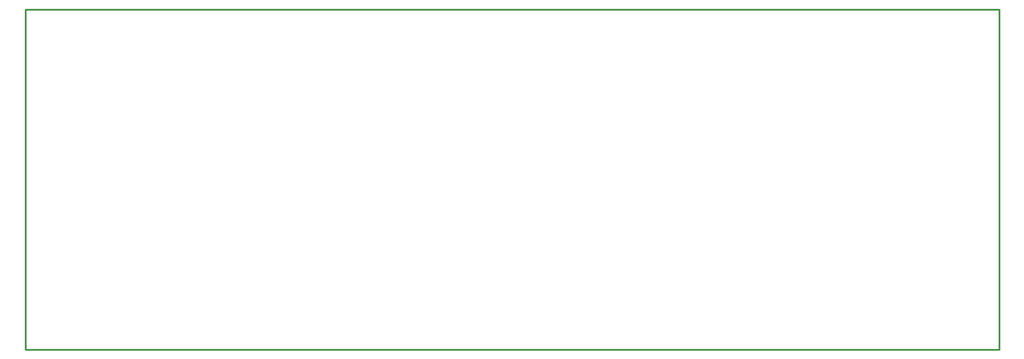
<source format=gko>
G04 Layer: BoardOutline*
G04 EasyEDA v6.3.39, 2020-04-27T13:29:51-10:00*
G04 0e468c40523046efa6fe7ed36a0295c7,a4d28be01f944deba2cf7c63a1f3ff09,10*
G04 Gerber Generator version 0.2*
G04 Scale: 100 percent, Rotated: No, Reflected: No *
G04 Dimensions in millimeters *
G04 leading zeros omitted , absolute positions ,3 integer and 3 decimal *
%FSLAX33Y33*%
%MOMM*%
G90*
G71D02*

%ADD10C,0.254000*%
G54D10*
G01X0Y45339D02*
G01X0Y48768D01*
G01X139446Y48768D01*
G01X139446Y0D01*
G01X0Y0D01*
G01X0Y45339D01*

%LPD*%
M00*
M02*

</source>
